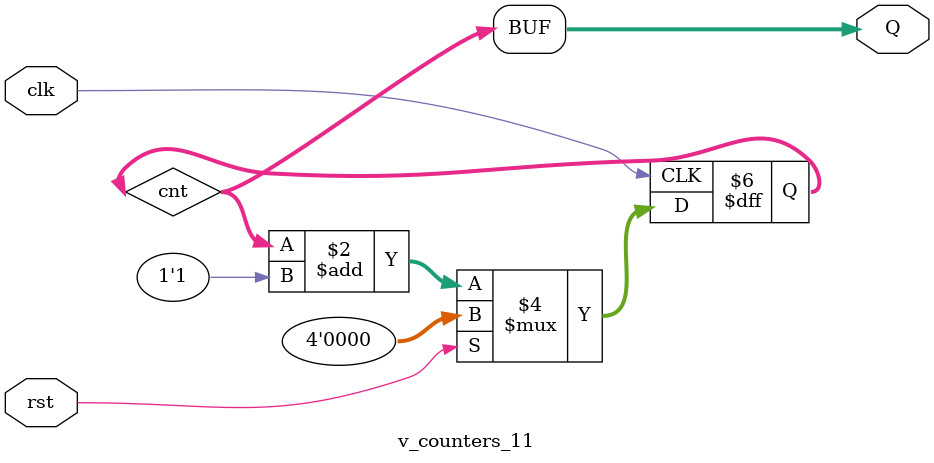
<source format=v>
module v_counters_11 (clk, rst, Q);

    input         clk;
    input         rst;
    output  [3:0] Q;
    reg     [3:0] cnt;

    always @(posedge clk)
    begin
        if (rst)
            cnt <= 4'b0000;
        else
            cnt <= cnt + 1'b1;
    end

    assign Q = cnt;
    
endmodule

</source>
